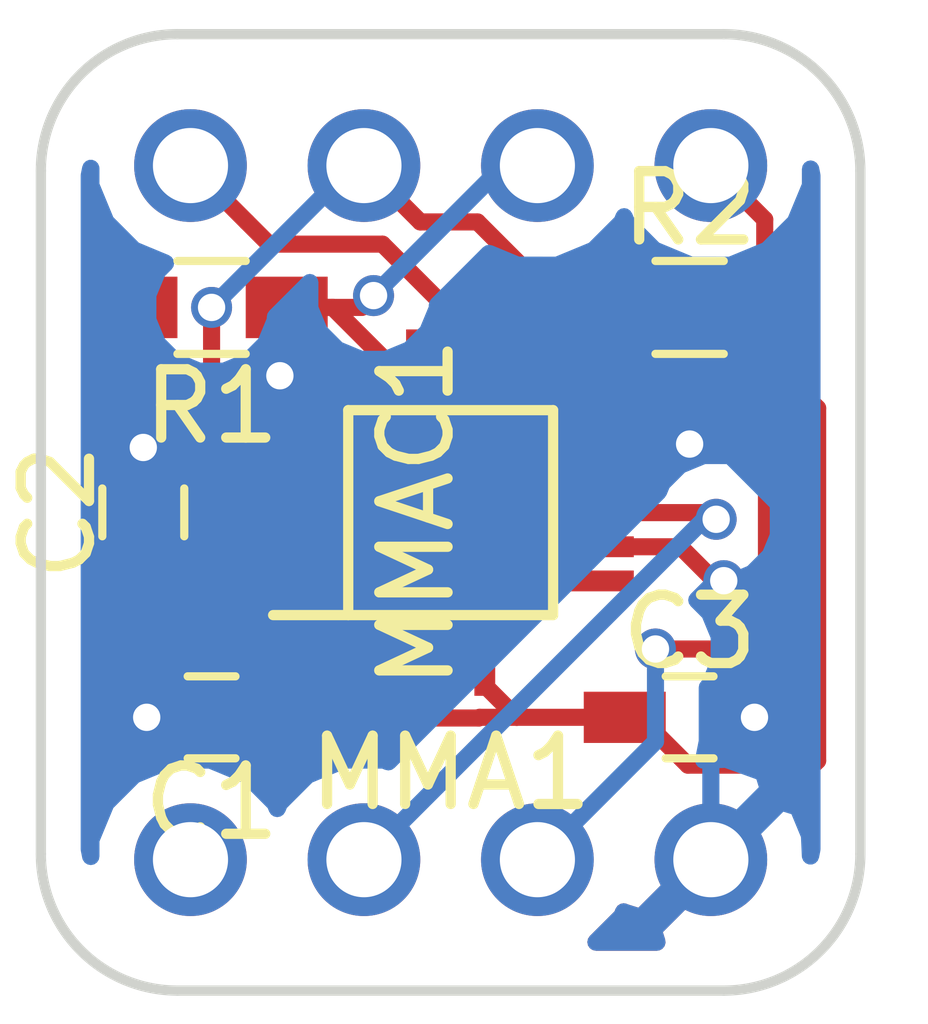
<source format=kicad_pcb>
(kicad_pcb (version 4) (host pcbnew 4.0.7)

  (general
    (links 20)
    (no_connects 7)
    (area 0 0 0 0)
    (thickness 1.6)
    (drawings 8)
    (tracks 89)
    (zones 0)
    (modules 7)
    (nets 9)
  )

  (page A4)
  (layers
    (0 F.Cu signal)
    (31 B.Cu signal)
    (32 B.Adhes user)
    (33 F.Adhes user)
    (34 B.Paste user)
    (35 F.Paste user)
    (36 B.SilkS user)
    (37 F.SilkS user)
    (38 B.Mask user)
    (39 F.Mask user)
    (40 Dwgs.User user hide)
    (41 Cmts.User user hide)
    (42 Eco1.User user hide)
    (43 Eco2.User user hide)
    (44 Edge.Cuts user)
    (45 Margin user)
    (46 B.CrtYd user)
    (47 F.CrtYd user)
    (48 B.Fab user hide)
    (49 F.Fab user hide)
  )

  (setup
    (last_trace_width 0.25)
    (trace_clearance 0.2)
    (zone_clearance 0.508)
    (zone_45_only no)
    (trace_min 0.2)
    (segment_width 0.2)
    (edge_width 0.15)
    (via_size 0.6)
    (via_drill 0.4)
    (via_min_size 0.4)
    (via_min_drill 0.3)
    (uvia_size 0.3)
    (uvia_drill 0.1)
    (uvias_allowed no)
    (uvia_min_size 0.2)
    (uvia_min_drill 0.1)
    (pcb_text_width 0.3)
    (pcb_text_size 1.5 1.5)
    (mod_edge_width 0.15)
    (mod_text_size 1 1)
    (mod_text_width 0.15)
    (pad_size 1.524 1.524)
    (pad_drill 0.762)
    (pad_to_mask_clearance 0.2)
    (aux_axis_origin 0 0)
    (visible_elements FFFFFF7F)
    (pcbplotparams
      (layerselection 0x00030_80000001)
      (usegerberextensions false)
      (excludeedgelayer true)
      (linewidth 0.100000)
      (plotframeref false)
      (viasonmask false)
      (mode 1)
      (useauxorigin false)
      (hpglpennumber 1)
      (hpglpenspeed 20)
      (hpglpendiameter 15)
      (hpglpenoverlay 2)
      (psnegative false)
      (psa4output false)
      (plotreference true)
      (plotvalue true)
      (plotinvisibletext false)
      (padsonsilk false)
      (subtractmaskfromsilk false)
      (outputformat 1)
      (mirror false)
      (drillshape 1)
      (scaleselection 1)
      (outputdirectory ""))
  )

  (net 0 "")
  (net 1 VDD)
  (net 2 GND)
  (net 3 "Net-(C2-Pad1)")
  (net 4 "Net-(MMA1-Pad11)")
  (net 5 "Net-(MMA1-Pad9)")
  (net 6 "Net-(MMA1-Pad4)")
  (net 7 "Net-(MMA1-Pad7)")
  (net 8 "Net-(MMA1-Pad6)")

  (net_class Default "This is the default net class."
    (clearance 0.2)
    (trace_width 0.25)
    (via_dia 0.6)
    (via_drill 0.4)
    (uvia_dia 0.3)
    (uvia_drill 0.1)
    (add_net GND)
    (add_net "Net-(C2-Pad1)")
    (add_net "Net-(MMA1-Pad11)")
    (add_net "Net-(MMA1-Pad4)")
    (add_net "Net-(MMA1-Pad6)")
    (add_net "Net-(MMA1-Pad7)")
    (add_net "Net-(MMA1-Pad9)")
    (add_net VDD)
  )

  (module Capacitors_SMD:C_0603_HandSoldering (layer F.Cu) (tedit 58AA848B) (tstamp 5A8A37F8)
    (at 145 108 180)
    (descr "Capacitor SMD 0603, hand soldering")
    (tags "capacitor 0603")
    (path /5A897BB4)
    (attr smd)
    (fp_text reference C1 (at 0 -1.25 180) (layer F.SilkS)
      (effects (font (size 1 1) (thickness 0.15)))
    )
    (fp_text value 0.1uF (at 0 1.5 180) (layer F.Fab)
      (effects (font (size 1 1) (thickness 0.15)))
    )
    (fp_text user %R (at 0 -1.25 180) (layer F.Fab)
      (effects (font (size 1 1) (thickness 0.15)))
    )
    (fp_line (start -0.8 0.4) (end -0.8 -0.4) (layer F.Fab) (width 0.1))
    (fp_line (start 0.8 0.4) (end -0.8 0.4) (layer F.Fab) (width 0.1))
    (fp_line (start 0.8 -0.4) (end 0.8 0.4) (layer F.Fab) (width 0.1))
    (fp_line (start -0.8 -0.4) (end 0.8 -0.4) (layer F.Fab) (width 0.1))
    (fp_line (start -0.35 -0.6) (end 0.35 -0.6) (layer F.SilkS) (width 0.12))
    (fp_line (start 0.35 0.6) (end -0.35 0.6) (layer F.SilkS) (width 0.12))
    (fp_line (start -1.8 -0.65) (end 1.8 -0.65) (layer F.CrtYd) (width 0.05))
    (fp_line (start -1.8 -0.65) (end -1.8 0.65) (layer F.CrtYd) (width 0.05))
    (fp_line (start 1.8 0.65) (end 1.8 -0.65) (layer F.CrtYd) (width 0.05))
    (fp_line (start 1.8 0.65) (end -1.8 0.65) (layer F.CrtYd) (width 0.05))
    (pad 1 smd rect (at -0.95 0 180) (size 1.2 0.75) (layers F.Cu F.Paste F.Mask)
      (net 1 VDD))
    (pad 2 smd rect (at 0.95 0 180) (size 1.2 0.75) (layers F.Cu F.Paste F.Mask)
      (net 2 GND))
    (model Capacitors_SMD.3dshapes/C_0603.wrl
      (at (xyz 0 0 0))
      (scale (xyz 1 1 1))
      (rotate (xyz 0 0 0))
    )
  )

  (module Capacitors_SMD:C_0603_HandSoldering (layer F.Cu) (tedit 58AA848B) (tstamp 5A8A3809)
    (at 144 105 90)
    (descr "Capacitor SMD 0603, hand soldering")
    (tags "capacitor 0603")
    (path /5A897BE7)
    (attr smd)
    (fp_text reference C2 (at 0 -1.25 90) (layer F.SilkS)
      (effects (font (size 1 1) (thickness 0.15)))
    )
    (fp_text value 0.1uF (at 0 1.5 90) (layer F.Fab)
      (effects (font (size 1 1) (thickness 0.15)))
    )
    (fp_text user %R (at 0 -1.25 90) (layer F.Fab)
      (effects (font (size 1 1) (thickness 0.15)))
    )
    (fp_line (start -0.8 0.4) (end -0.8 -0.4) (layer F.Fab) (width 0.1))
    (fp_line (start 0.8 0.4) (end -0.8 0.4) (layer F.Fab) (width 0.1))
    (fp_line (start 0.8 -0.4) (end 0.8 0.4) (layer F.Fab) (width 0.1))
    (fp_line (start -0.8 -0.4) (end 0.8 -0.4) (layer F.Fab) (width 0.1))
    (fp_line (start -0.35 -0.6) (end 0.35 -0.6) (layer F.SilkS) (width 0.12))
    (fp_line (start 0.35 0.6) (end -0.35 0.6) (layer F.SilkS) (width 0.12))
    (fp_line (start -1.8 -0.65) (end 1.8 -0.65) (layer F.CrtYd) (width 0.05))
    (fp_line (start -1.8 -0.65) (end -1.8 0.65) (layer F.CrtYd) (width 0.05))
    (fp_line (start 1.8 0.65) (end 1.8 -0.65) (layer F.CrtYd) (width 0.05))
    (fp_line (start 1.8 0.65) (end -1.8 0.65) (layer F.CrtYd) (width 0.05))
    (pad 1 smd rect (at -0.95 0 90) (size 1.2 0.75) (layers F.Cu F.Paste F.Mask)
      (net 3 "Net-(C2-Pad1)"))
    (pad 2 smd rect (at 0.95 0 90) (size 1.2 0.75) (layers F.Cu F.Paste F.Mask)
      (net 2 GND))
    (model Capacitors_SMD.3dshapes/C_0603.wrl
      (at (xyz 0 0 0))
      (scale (xyz 1 1 1))
      (rotate (xyz 0 0 0))
    )
  )

  (module Capacitors_SMD:C_0603_HandSoldering (layer F.Cu) (tedit 58AA848B) (tstamp 5A8A381A)
    (at 152 108)
    (descr "Capacitor SMD 0603, hand soldering")
    (tags "capacitor 0603")
    (path /5A897D05)
    (attr smd)
    (fp_text reference C3 (at 0 -1.25) (layer F.SilkS)
      (effects (font (size 1 1) (thickness 0.15)))
    )
    (fp_text value 4.7uF (at 0 1.5) (layer F.Fab)
      (effects (font (size 1 1) (thickness 0.15)))
    )
    (fp_text user %R (at 0 -1.25) (layer F.Fab)
      (effects (font (size 1 1) (thickness 0.15)))
    )
    (fp_line (start -0.8 0.4) (end -0.8 -0.4) (layer F.Fab) (width 0.1))
    (fp_line (start 0.8 0.4) (end -0.8 0.4) (layer F.Fab) (width 0.1))
    (fp_line (start 0.8 -0.4) (end 0.8 0.4) (layer F.Fab) (width 0.1))
    (fp_line (start -0.8 -0.4) (end 0.8 -0.4) (layer F.Fab) (width 0.1))
    (fp_line (start -0.35 -0.6) (end 0.35 -0.6) (layer F.SilkS) (width 0.12))
    (fp_line (start 0.35 0.6) (end -0.35 0.6) (layer F.SilkS) (width 0.12))
    (fp_line (start -1.8 -0.65) (end 1.8 -0.65) (layer F.CrtYd) (width 0.05))
    (fp_line (start -1.8 -0.65) (end -1.8 0.65) (layer F.CrtYd) (width 0.05))
    (fp_line (start 1.8 0.65) (end 1.8 -0.65) (layer F.CrtYd) (width 0.05))
    (fp_line (start 1.8 0.65) (end -1.8 0.65) (layer F.CrtYd) (width 0.05))
    (pad 1 smd rect (at -0.95 0) (size 1.2 0.75) (layers F.Cu F.Paste F.Mask)
      (net 1 VDD))
    (pad 2 smd rect (at 0.95 0) (size 1.2 0.75) (layers F.Cu F.Paste F.Mask)
      (net 2 GND))
    (model Capacitors_SMD.3dshapes/C_0603.wrl
      (at (xyz 0 0 0))
      (scale (xyz 1 1 1))
      (rotate (xyz 0 0 0))
    )
  )

  (module MMA8452Q-breakout:MMA8452Q (layer F.Cu) (tedit 5A89B03A) (tstamp 5A8A3833)
    (at 148.5011 105.0036)
    (path /5A897B5C)
    (fp_text reference MMA1 (at 0 3.81) (layer F.SilkS)
      (effects (font (size 1 1) (thickness 0.15)))
    )
    (fp_text value MMA8452Q (at 0 5.08) (layer F.Fab)
      (effects (font (size 1 1) (thickness 0.15)))
    )
    (fp_line (start -1.5 1.5) (end -2.6 1.5) (layer F.SilkS) (width 0.15))
    (fp_line (start -1.5 1.5) (end -1.5 -1.5) (layer F.SilkS) (width 0.15))
    (fp_line (start 1.5 1.5) (end -1.5 1.5) (layer F.SilkS) (width 0.15))
    (fp_line (start 1.5 -1.5) (end 1.5 1.5) (layer F.SilkS) (width 0.15))
    (fp_line (start -1.5 -1.5) (end 1.5 -1.5) (layer F.SilkS) (width 0.15))
    (pad 10 smd rect (at 1.775 -0.5) (size 1.813 0.305) (layers F.Cu F.Paste F.Mask)
      (net 2 GND))
    (pad 12 smd rect (at 1.775 0.5) (size 1.813 0.305) (layers F.Cu F.Paste F.Mask)
      (net 2 GND))
    (pad 13 smd rect (at 1.775 1) (size 1.813 0.305) (layers F.Cu F.Paste F.Mask))
    (pad 11 smd rect (at 1.775 0) (size 1.813 0.305) (layers F.Cu F.Paste F.Mask)
      (net 4 "Net-(MMA1-Pad11)"))
    (pad 9 smd rect (at 1.775 -1) (size 1.813 0.305) (layers F.Cu F.Paste F.Mask)
      (net 5 "Net-(MMA1-Pad9)"))
    (pad 5 smd rect (at -1.775 -1) (size 1.813 0.305) (layers F.Cu F.Paste F.Mask)
      (net 2 GND))
    (pad 4 smd rect (at -1.775 -0.5) (size 1.813 0.305) (layers F.Cu F.Paste F.Mask)
      (net 6 "Net-(MMA1-Pad4)"))
    (pad 3 smd rect (at -1.775 0) (size 1.813 0.305) (layers F.Cu F.Paste F.Mask))
    (pad 2 smd rect (at -1.775 0.5) (size 1.813 0.305) (layers F.Cu F.Paste F.Mask)
      (net 3 "Net-(C2-Pad1)"))
    (pad 1 smd rect (at -1.775 1) (size 1.813 0.305) (layers F.Cu F.Paste F.Mask)
      (net 1 VDD))
    (pad 7 smd rect (at 0 -1.775 90) (size 1.813 0.305) (layers F.Cu F.Paste F.Mask)
      (net 7 "Net-(MMA1-Pad7)"))
    (pad 8 smd rect (at 0.5 -1.775 90) (size 1.813 0.305) (layers F.Cu F.Paste F.Mask))
    (pad 6 smd rect (at -0.5 -1.775 90) (size 1.813 0.305) (layers F.Cu F.Paste F.Mask)
      (net 8 "Net-(MMA1-Pad6)"))
    (pad 16 smd rect (at -0.5 1.775 90) (size 1.813 0.305) (layers F.Cu F.Paste F.Mask))
    (pad 15 smd rect (at 0 1.775 90) (size 1.813 0.305) (layers F.Cu F.Paste F.Mask))
    (pad 14 smd rect (at 0.5 1.775 90) (size 1.813 0.305) (layers F.Cu F.Paste F.Mask)
      (net 1 VDD))
  )

  (module MMA8452Q-breakout:MMA8452Q-connector (layer F.Cu) (tedit 5A89B23A) (tstamp 5A8A383F)
    (at 148.5011 105.0036 270)
    (path /5A897FA6)
    (fp_text reference MMAC1 (at 0 0.5 270) (layer F.SilkS)
      (effects (font (size 1 1) (thickness 0.15)))
    )
    (fp_text value MMA8452-connector (at 0 6.35 270) (layer F.Fab)
      (effects (font (size 1 1) (thickness 0.15)))
    )
    (pad 1 thru_hole circle (at -5.08 -3.81 270) (size 1.65 1.65) (drill 1.1) (layers *.Cu *.Mask)
      (net 1 VDD))
    (pad 2 thru_hole circle (at -5.08 -1.27 270) (size 1.65 1.65) (drill 1.1) (layers *.Cu *.Mask)
      (net 8 "Net-(MMA1-Pad6)"))
    (pad 3 thru_hole circle (at -5.08 1.27 270) (size 1.65 1.65) (drill 1.1) (layers *.Cu *.Mask)
      (net 6 "Net-(MMA1-Pad4)"))
    (pad 4 thru_hole circle (at -5.08 3.81 270) (size 1.65 1.65) (drill 1.1) (layers *.Cu *.Mask)
      (net 7 "Net-(MMA1-Pad7)"))
    (pad 5 thru_hole circle (at 5.08 3.81 270) (size 1.65 1.65) (drill 1.1) (layers *.Cu *.Mask))
    (pad 6 thru_hole circle (at 5.08 1.27 270) (size 1.65 1.65) (drill 1.1) (layers *.Cu *.Mask)
      (net 4 "Net-(MMA1-Pad11)"))
    (pad 7 thru_hole circle (at 5.08 -1.27 270) (size 1.65 1.65) (drill 1.1) (layers *.Cu *.Mask)
      (net 5 "Net-(MMA1-Pad9)"))
    (pad 8 thru_hole circle (at 5.08 -3.81 270) (size 1.65 1.65) (drill 1.1) (layers *.Cu *.Mask)
      (net 2 GND))
  )

  (module Resistors_SMD:R_0603_HandSoldering (layer F.Cu) (tedit 58E0A804) (tstamp 5A8A3850)
    (at 145 102 180)
    (descr "Resistor SMD 0603, hand soldering")
    (tags "resistor 0603")
    (path /5A89811C)
    (attr smd)
    (fp_text reference R1 (at 0 -1.45 180) (layer F.SilkS)
      (effects (font (size 1 1) (thickness 0.15)))
    )
    (fp_text value 4k7 (at 0 1.55 180) (layer F.Fab)
      (effects (font (size 1 1) (thickness 0.15)))
    )
    (fp_text user %R (at 0 0 180) (layer F.Fab)
      (effects (font (size 0.4 0.4) (thickness 0.075)))
    )
    (fp_line (start -0.8 0.4) (end -0.8 -0.4) (layer F.Fab) (width 0.1))
    (fp_line (start 0.8 0.4) (end -0.8 0.4) (layer F.Fab) (width 0.1))
    (fp_line (start 0.8 -0.4) (end 0.8 0.4) (layer F.Fab) (width 0.1))
    (fp_line (start -0.8 -0.4) (end 0.8 -0.4) (layer F.Fab) (width 0.1))
    (fp_line (start 0.5 0.68) (end -0.5 0.68) (layer F.SilkS) (width 0.12))
    (fp_line (start -0.5 -0.68) (end 0.5 -0.68) (layer F.SilkS) (width 0.12))
    (fp_line (start -1.96 -0.7) (end 1.95 -0.7) (layer F.CrtYd) (width 0.05))
    (fp_line (start -1.96 -0.7) (end -1.96 0.7) (layer F.CrtYd) (width 0.05))
    (fp_line (start 1.95 0.7) (end 1.95 -0.7) (layer F.CrtYd) (width 0.05))
    (fp_line (start 1.95 0.7) (end -1.96 0.7) (layer F.CrtYd) (width 0.05))
    (pad 1 smd rect (at -1.1 0 180) (size 1.2 0.9) (layers F.Cu F.Paste F.Mask)
      (net 8 "Net-(MMA1-Pad6)"))
    (pad 2 smd rect (at 1.1 0 180) (size 1.2 0.9) (layers F.Cu F.Paste F.Mask)
      (net 1 VDD))
    (model ${KISYS3DMOD}/Resistors_SMD.3dshapes/R_0603.wrl
      (at (xyz 0 0 0))
      (scale (xyz 1 1 1))
      (rotate (xyz 0 0 0))
    )
  )

  (module Resistors_SMD:R_0603_HandSoldering (layer F.Cu) (tedit 58E0A804) (tstamp 5A8A3861)
    (at 152 102)
    (descr "Resistor SMD 0603, hand soldering")
    (tags "resistor 0603")
    (path /5A8980C7)
    (attr smd)
    (fp_text reference R2 (at 0 -1.45) (layer F.SilkS)
      (effects (font (size 1 1) (thickness 0.15)))
    )
    (fp_text value 4k7 (at 0 1.55) (layer F.Fab)
      (effects (font (size 1 1) (thickness 0.15)))
    )
    (fp_text user %R (at 0 0) (layer F.Fab)
      (effects (font (size 0.4 0.4) (thickness 0.075)))
    )
    (fp_line (start -0.8 0.4) (end -0.8 -0.4) (layer F.Fab) (width 0.1))
    (fp_line (start 0.8 0.4) (end -0.8 0.4) (layer F.Fab) (width 0.1))
    (fp_line (start 0.8 -0.4) (end 0.8 0.4) (layer F.Fab) (width 0.1))
    (fp_line (start -0.8 -0.4) (end 0.8 -0.4) (layer F.Fab) (width 0.1))
    (fp_line (start 0.5 0.68) (end -0.5 0.68) (layer F.SilkS) (width 0.12))
    (fp_line (start -0.5 -0.68) (end 0.5 -0.68) (layer F.SilkS) (width 0.12))
    (fp_line (start -1.96 -0.7) (end 1.95 -0.7) (layer F.CrtYd) (width 0.05))
    (fp_line (start -1.96 -0.7) (end -1.96 0.7) (layer F.CrtYd) (width 0.05))
    (fp_line (start 1.95 0.7) (end 1.95 -0.7) (layer F.CrtYd) (width 0.05))
    (fp_line (start 1.95 0.7) (end -1.96 0.7) (layer F.CrtYd) (width 0.05))
    (pad 1 smd rect (at -1.1 0) (size 1.2 0.9) (layers F.Cu F.Paste F.Mask)
      (net 6 "Net-(MMA1-Pad4)"))
    (pad 2 smd rect (at 1.1 0) (size 1.2 0.9) (layers F.Cu F.Paste F.Mask)
      (net 1 VDD))
    (model ${KISYS3DMOD}/Resistors_SMD.3dshapes/R_0603.wrl
      (at (xyz 0 0 0))
      (scale (xyz 1 1 1))
      (rotate (xyz 0 0 0))
    )
  )

  (gr_arc (start 144.5 110) (end 144.5 112) (angle 90) (layer Edge.Cuts) (width 0.15))
  (gr_line (start 152.5 112) (end 144.5 112) (layer Edge.Cuts) (width 0.15))
  (gr_arc (start 152.5 110) (end 154.5 110) (angle 90) (layer Edge.Cuts) (width 0.15))
  (gr_line (start 154.5 100) (end 154.5 110) (layer Edge.Cuts) (width 0.15))
  (gr_arc (start 152.5 100) (end 152.5 98) (angle 90) (layer Edge.Cuts) (width 0.15))
  (gr_line (start 144.5 98) (end 152.5 98) (layer Edge.Cuts) (width 0.15))
  (gr_arc (start 144.5 100) (end 142.5 100) (angle 90) (layer Edge.Cuts) (width 0.15))
  (gr_line (start 142.5 110) (end 142.5 100) (layer Edge.Cuts) (width 0.15))

  (segment (start 153.875001 108.635001) (end 153.875001 103.475001) (width 0.25) (layer F.Cu) (net 1))
  (segment (start 153.810001 108.700001) (end 153.875001 108.635001) (width 0.25) (layer F.Cu) (net 1))
  (segment (start 151.275 108) (end 151.975001 108.700001) (width 0.25) (layer F.Cu) (net 1))
  (segment (start 151.975001 108.700001) (end 153.810001 108.700001) (width 0.25) (layer F.Cu) (net 1))
  (segment (start 153.1 102.7) (end 153.1 102) (width 0.25) (layer F.Cu) (net 1))
  (segment (start 151.05 108) (end 151.275 108) (width 0.25) (layer F.Cu) (net 1))
  (segment (start 153.875001 103.475001) (end 153.1 102.7) (width 0.25) (layer F.Cu) (net 1))
  (segment (start 145.95 108) (end 145.725 108) (width 0.25) (layer F.Cu) (net 1))
  (segment (start 145.725 108) (end 144.600001 106.875001) (width 0.25) (layer F.Cu) (net 1))
  (segment (start 144.600001 106.875001) (end 143.364999 106.875001) (width 0.25) (layer F.Cu) (net 1))
  (segment (start 143.364999 106.875001) (end 143.299999 106.810001) (width 0.25) (layer F.Cu) (net 1))
  (segment (start 143.9 102.7) (end 143.9 102) (width 0.25) (layer F.Cu) (net 1))
  (segment (start 143.299999 106.810001) (end 143.299999 103.300001) (width 0.25) (layer F.Cu) (net 1))
  (segment (start 143.299999 103.300001) (end 143.9 102.7) (width 0.25) (layer F.Cu) (net 1))
  (segment (start 153.1 102) (end 153.1 100.7125) (width 0.25) (layer F.Cu) (net 1))
  (segment (start 153.1 100.7125) (end 152.3111 99.9236) (width 0.25) (layer F.Cu) (net 1))
  (segment (start 149.4685 108) (end 148.923702 108) (width 0.25) (layer F.Cu) (net 1))
  (segment (start 148.923702 108) (end 148.913601 108.010101) (width 0.25) (layer F.Cu) (net 1))
  (segment (start 148.913601 108.010101) (end 146.810101 108.010101) (width 0.25) (layer F.Cu) (net 1))
  (segment (start 146.810101 108.010101) (end 146.8 108) (width 0.25) (layer F.Cu) (net 1))
  (segment (start 146.8 108) (end 145.95 108) (width 0.25) (layer F.Cu) (net 1))
  (segment (start 145.95 108) (end 145.95 106.7797) (width 0.25) (layer F.Cu) (net 1))
  (segment (start 145.95 106.7797) (end 146.7261 106.0036) (width 0.25) (layer F.Cu) (net 1))
  (segment (start 151.05 108) (end 149.4685 108) (width 0.25) (layer F.Cu) (net 1))
  (segment (start 149.4685 108) (end 149.0011 107.5326) (width 0.25) (layer F.Cu) (net 1))
  (segment (start 149.0011 107.5326) (end 149.0011 106.7786) (width 0.25) (layer F.Cu) (net 1))
  (via (at 152.95 108) (size 0.6) (drill 0.4) (layers F.Cu B.Cu) (net 2))
  (segment (start 152.5 107.5) (end 152.3111 107.6889) (width 0.25) (layer B.Cu) (net 2))
  (segment (start 152.3111 107.6889) (end 152.3111 110.0836) (width 0.25) (layer B.Cu) (net 2))
  (segment (start 152.5 106) (end 152.5 107.5) (width 0.25) (layer B.Cu) (net 2))
  (segment (start 150.2761 105.5036) (end 151.865978 105.5036) (width 0.25) (layer F.Cu) (net 2))
  (segment (start 151.865978 105.5036) (end 152.362378 106) (width 0.25) (layer F.Cu) (net 2))
  (segment (start 152.362378 106) (end 152.5 106) (width 0.25) (layer F.Cu) (net 2))
  (via (at 152.5 106) (size 0.6) (drill 0.4) (layers F.Cu B.Cu) (net 2))
  (segment (start 153.298922 104.874658) (end 153.298922 109.095778) (width 0.25) (layer B.Cu) (net 2))
  (segment (start 152.424264 104) (end 153.298922 104.874658) (width 0.25) (layer B.Cu) (net 2))
  (segment (start 152 104) (end 152.424264 104) (width 0.25) (layer B.Cu) (net 2))
  (segment (start 153.136099 109.258601) (end 152.3111 110.0836) (width 0.25) (layer B.Cu) (net 2))
  (segment (start 153.298922 109.095778) (end 153.136099 109.258601) (width 0.25) (layer B.Cu) (net 2))
  (segment (start 150.2761 104.5036) (end 151.4964 104.5036) (width 0.25) (layer F.Cu) (net 2))
  (segment (start 151.4964 104.5036) (end 152 104) (width 0.25) (layer F.Cu) (net 2))
  (via (at 152 104) (size 0.6) (drill 0.4) (layers F.Cu B.Cu) (net 2))
  (via (at 144.05 108) (size 0.6) (drill 0.4) (layers F.Cu B.Cu) (net 2))
  (segment (start 145 104) (end 144.05 104) (width 0.25) (layer B.Cu) (net 2))
  (segment (start 144.05 104) (end 144 104.05) (width 0.25) (layer B.Cu) (net 2))
  (via (at 144 104.05) (size 0.6) (drill 0.4) (layers F.Cu B.Cu) (net 2))
  (segment (start 146 103) (end 145 104) (width 0.25) (layer B.Cu) (net 2))
  (segment (start 146.7261 104.0036) (end 146.7261 103.7261) (width 0.25) (layer F.Cu) (net 2))
  (segment (start 146.7261 103.7261) (end 146 103) (width 0.25) (layer F.Cu) (net 2))
  (via (at 146 103) (size 0.6) (drill 0.4) (layers F.Cu B.Cu) (net 2))
  (segment (start 146.7261 105.5036) (end 144.4464 105.5036) (width 0.25) (layer F.Cu) (net 3))
  (segment (start 144.4464 105.5036) (end 144 105.95) (width 0.25) (layer F.Cu) (net 3))
  (segment (start 152.29098 105.0036) (end 152.388755 105.101375) (width 0.25) (layer F.Cu) (net 4))
  (via (at 152.388755 105.101375) (size 0.6) (drill 0.4) (layers F.Cu B.Cu) (net 4))
  (segment (start 147.2311 110.0836) (end 152.213325 105.101375) (width 0.25) (layer B.Cu) (net 4))
  (segment (start 152.213325 105.101375) (end 152.388755 105.101375) (width 0.25) (layer B.Cu) (net 4))
  (segment (start 150.2761 105.0036) (end 152.29098 105.0036) (width 0.25) (layer F.Cu) (net 4))
  (segment (start 151.5 107) (end 151.5 108.3547) (width 0.25) (layer B.Cu) (net 5))
  (segment (start 151.5 108.3547) (end 149.7711 110.0836) (width 0.25) (layer B.Cu) (net 5))
  (segment (start 150.2761 104.0036) (end 151.0301 104.0036) (width 0.25) (layer F.Cu) (net 5))
  (segment (start 151.0301 104.0036) (end 151.658701 103.374999) (width 0.25) (layer F.Cu) (net 5))
  (segment (start 151.658701 103.374999) (end 152.300001 103.374999) (width 0.25) (layer F.Cu) (net 5))
  (segment (start 152.300001 103.374999) (end 153.125001 104.199999) (width 0.25) (layer F.Cu) (net 5))
  (segment (start 153.125001 104.199999) (end 153.125001 106.300001) (width 0.25) (layer F.Cu) (net 5))
  (segment (start 153.125001 106.300001) (end 152.425002 107) (width 0.25) (layer F.Cu) (net 5))
  (segment (start 152.425002 107) (end 151.5 107) (width 0.25) (layer F.Cu) (net 5))
  (via (at 151.5 107) (size 0.6) (drill 0.4) (layers F.Cu B.Cu) (net 5))
  (segment (start 145 102) (end 147.0764 99.9236) (width 0.25) (layer B.Cu) (net 6))
  (segment (start 147.0764 99.9236) (end 147.2311 99.9236) (width 0.25) (layer B.Cu) (net 6))
  (segment (start 146.7261 104.5036) (end 145.5696 104.5036) (width 0.25) (layer F.Cu) (net 6))
  (segment (start 145.5696 104.5036) (end 145 103.934) (width 0.25) (layer F.Cu) (net 6))
  (segment (start 145 103.934) (end 145 102) (width 0.25) (layer F.Cu) (net 6))
  (via (at 145 102) (size 0.6) (drill 0.4) (layers F.Cu B.Cu) (net 6))
  (segment (start 150.9 102) (end 150.145498 102) (width 0.25) (layer F.Cu) (net 6))
  (segment (start 150.145498 102) (end 148.894097 100.748599) (width 0.25) (layer F.Cu) (net 6))
  (segment (start 148.894097 100.748599) (end 148.056099 100.748599) (width 0.25) (layer F.Cu) (net 6))
  (segment (start 148.056099 100.748599) (end 147.2311 99.9236) (width 0.25) (layer F.Cu) (net 6))
  (segment (start 148.5011 103.2286) (end 148.5011 102.0721) (width 0.25) (layer F.Cu) (net 7))
  (segment (start 148.5011 102.0721) (end 147.502601 101.073601) (width 0.25) (layer F.Cu) (net 7))
  (segment (start 147.502601 101.073601) (end 145.841101 101.073601) (width 0.25) (layer F.Cu) (net 7))
  (segment (start 145.841101 101.073601) (end 145.516099 100.748599) (width 0.25) (layer F.Cu) (net 7))
  (segment (start 145.516099 100.748599) (end 144.6911 99.9236) (width 0.25) (layer F.Cu) (net 7))
  (segment (start 147.371858 101.826742) (end 149.275 99.9236) (width 0.25) (layer B.Cu) (net 8))
  (segment (start 149.275 99.9236) (end 149.7711 99.9236) (width 0.25) (layer B.Cu) (net 8))
  (segment (start 146.1 102) (end 147.1986 102) (width 0.25) (layer F.Cu) (net 8))
  (segment (start 147.1986 102) (end 147.371858 101.826742) (width 0.25) (layer F.Cu) (net 8))
  (via (at 147.371858 101.826742) (size 0.6) (drill 0.4) (layers F.Cu B.Cu) (net 8))
  (segment (start 146.1 102) (end 146.7725 102) (width 0.25) (layer F.Cu) (net 8))
  (segment (start 146.7725 102) (end 148.0011 103.2286) (width 0.25) (layer F.Cu) (net 8))

  (zone (net 2) (net_name GND) (layer B.Cu) (tstamp 0) (hatch edge 0.508)
    (connect_pads (clearance 0.508))
    (min_thickness 0.254)
    (fill yes (arc_segments 16) (thermal_gap 0.508) (thermal_bridge_width 0.508))
    (polygon
      (pts
        (xy 142.5 97.5) (xy 155.5 97.5) (xy 155.5 112.5) (xy 142.5 112.5)
      )
    )
    (filled_polygon
      (pts
        (xy 143.230847 100.212738) (xy 143.452651 100.749543) (xy 143.862997 101.160606) (xy 144.325169 101.352517) (xy 144.207808 101.469673)
        (xy 144.065162 101.813201) (xy 144.064838 102.185167) (xy 144.206883 102.528943) (xy 144.469673 102.792192) (xy 144.813201 102.934838)
        (xy 145.185167 102.935162) (xy 145.528943 102.793117) (xy 145.792192 102.530327) (xy 145.934838 102.186799) (xy 145.934879 102.139923)
        (xy 146.438555 101.636247) (xy 146.43702 101.639943) (xy 146.436696 102.011909) (xy 146.578741 102.355685) (xy 146.841531 102.618934)
        (xy 147.185059 102.76158) (xy 147.557025 102.761904) (xy 147.900801 102.619859) (xy 148.16405 102.357069) (xy 148.306696 102.013541)
        (xy 148.306737 101.966665) (xy 149.062976 101.210426) (xy 149.479414 101.383346) (xy 150.060238 101.383853) (xy 150.597043 101.162049)
        (xy 151.008106 100.751703) (xy 151.040905 100.672713) (xy 151.072651 100.749543) (xy 151.482997 101.160606) (xy 152.019414 101.383346)
        (xy 152.600238 101.383853) (xy 153.137043 101.162049) (xy 153.548106 100.751703) (xy 153.770846 100.215286) (xy 153.771056 99.974693)
        (xy 153.79 100.069931) (xy 153.79 109.930069) (xy 153.77017 110.029763) (xy 153.756148 109.726144) (xy 153.585663 109.314556)
        (xy 153.336953 109.237352) (xy 152.490705 110.0836) (xy 152.504848 110.097743) (xy 152.325243 110.277348) (xy 152.3111 110.263205)
        (xy 151.464852 111.109453) (xy 151.520897 111.29) (xy 150.629148 111.29) (xy 151.008106 110.911703) (xy 151.034586 110.847933)
        (xy 151.036537 110.852644) (xy 151.285247 110.929848) (xy 152.131495 110.0836) (xy 152.117353 110.069458) (xy 152.296958 109.889853)
        (xy 152.3111 109.903995) (xy 153.157348 109.057747) (xy 153.080144 108.809037) (xy 152.53385 108.611757) (xy 152.205855 108.626904)
        (xy 152.26 108.3547) (xy 152.26 107.562463) (xy 152.292192 107.530327) (xy 152.434838 107.186799) (xy 152.435162 106.814833)
        (xy 152.293117 106.471057) (xy 152.105944 106.283558) (xy 152.353157 106.036345) (xy 152.573922 106.036537) (xy 152.917698 105.894492)
        (xy 153.180947 105.631702) (xy 153.323593 105.288174) (xy 153.323917 104.916208) (xy 153.181872 104.572432) (xy 152.919082 104.309183)
        (xy 152.575554 104.166537) (xy 152.203588 104.166213) (xy 151.859812 104.308258) (xy 151.596563 104.571048) (xy 151.545232 104.694666)
        (xy 147.588682 108.651216) (xy 147.522786 108.623854) (xy 146.941962 108.623347) (xy 146.405157 108.845151) (xy 145.994094 109.255497)
        (xy 145.961295 109.334487) (xy 145.929549 109.257657) (xy 145.519203 108.846594) (xy 144.982786 108.623854) (xy 144.401962 108.623347)
        (xy 143.865157 108.845151) (xy 143.454094 109.255497) (xy 143.231354 109.791914) (xy 143.231141 110.036351) (xy 143.21 109.930069)
        (xy 143.21 100.069931) (xy 143.231064 99.964034)
      )
    )
  )
  (zone (net 2) (net_name GND) (layer F.Cu) (tstamp 0) (hatch edge 0.508)
    (connect_pads (clearance 0.508))
    (min_thickness 0.254)
    (fill yes (arc_segments 16) (thermal_gap 0.508) (thermal_bridge_width 0.508))
    (polygon
      (pts
        (xy 142.5 97.5) (xy 155.5 97.5) (xy 155.5 112.5) (xy 142.5 112.5)
      )
    )
    (filled_polygon
      (pts
        (xy 152.504848 110.069458) (xy 152.490705 110.0836) (xy 152.504848 110.097743) (xy 152.325243 110.277348) (xy 152.3111 110.263205)
        (xy 151.464852 111.109453) (xy 151.520897 111.29) (xy 150.629148 111.29) (xy 151.008106 110.911703) (xy 151.034586 110.847933)
        (xy 151.036537 110.852644) (xy 151.285247 110.929848) (xy 152.131495 110.0836) (xy 152.117353 110.069458) (xy 152.296958 109.889853)
        (xy 152.3111 109.903995) (xy 152.325243 109.889853)
      )
    )
    (filled_polygon
      (pts
        (xy 144.177 107.873) (xy 144.197 107.873) (xy 144.197 108.127) (xy 144.177 108.127) (xy 144.177 108.147)
        (xy 143.923 108.147) (xy 143.923 108.127) (xy 143.903 108.127) (xy 143.903 107.873) (xy 143.923 107.873)
        (xy 143.923 107.853) (xy 144.177 107.853)
      )
    )
  )
)

</source>
